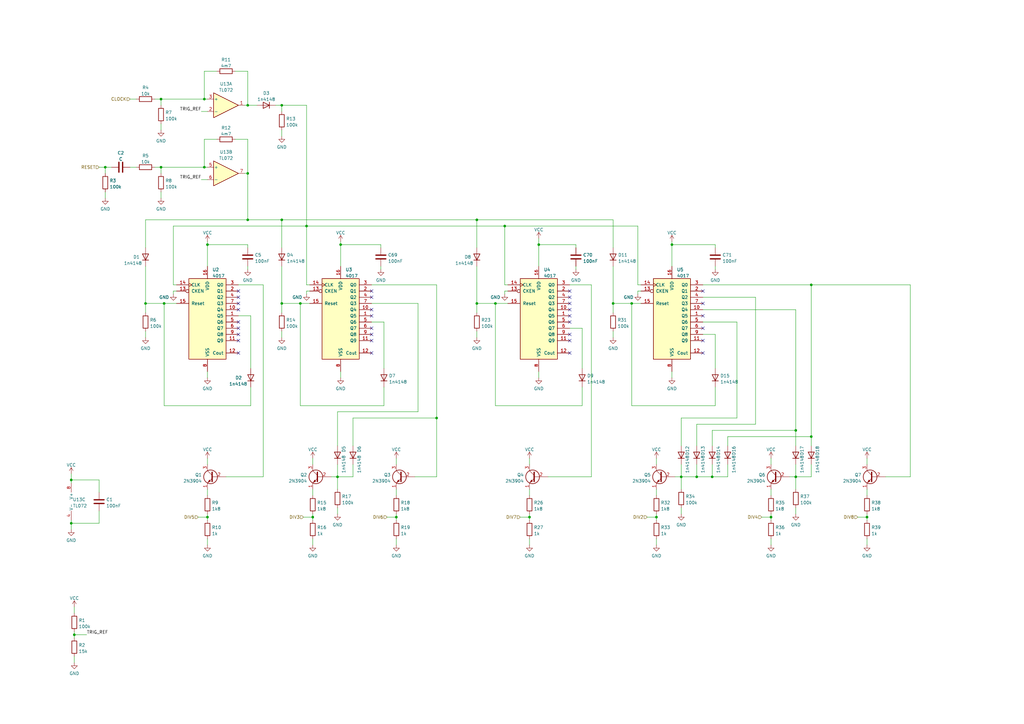
<source format=kicad_sch>
(kicad_sch (version 20211123) (generator eeschema)
  (paper "A3")
  (title_block (comment 2 "creativecommons.org/licenses/by/4.0/") (comment 3 "License: CC BY 4.0") (comment 4 "Author: Guy John"))
  (lib_symbols
    (symbol "4xxx:4017" (pin_names (offset 1.016))
      (property "Reference" "U" (at -7.62 16.51 0))
      (property "Value" "4017" (at -7.62 -19.05 0))
      (symbol "4017_1_0"
        (pin output line (at 12.7 0 180) (length 5.08) (name "Q5") (number "1"))
        (pin output line (at 12.7 2.54 180) (length 5.08) (name "Q4") (number "10"))
        (pin output line (at 12.7 -10.16 180) (length 5.08) (name "Q9") (number "11"))
        (pin output line (at 12.7 -15.24 180) (length 5.08) (name "Cout") (number "12"))
        (pin input inverted (at -12.7 10.16 0) (length 5.08) (name "CKEN") (number "13"))
        (pin input clock (at -12.7 12.7 0) (length 5.08) (name "CLK") (number "14"))
        (pin input line (at -12.7 5.08 0) (length 5.08) (name "Reset") (number "15"))
        (pin power_in line (at 0 20.32 270) (length 5.08) (name "VDD") (number "16"))
        (pin output line (at 12.7 10.16 180) (length 5.08) (name "Q1") (number "2"))
        (pin output line (at 12.7 12.7 180) (length 5.08) (name "Q0") (number "3"))
        (pin output line (at 12.7 7.62 180) (length 5.08) (name "Q2") (number "4"))
        (pin output line (at 12.7 -2.54 180) (length 5.08) (name "Q6") (number "5"))
        (pin output line (at 12.7 -5.08 180) (length 5.08) (name "Q7") (number "6"))
        (pin output line (at 12.7 5.08 180) (length 5.08) (name "Q3") (number "7"))
        (pin power_in line (at 0 -22.86 90) (length 5.08) (name "VSS") (number "8"))
        (pin output line (at 12.7 -7.62 180) (length 5.08) (name "Q8") (number "9"))
      )
      (symbol "4017_1_1"
        (rectangle (start -7.62 15.24) (end 7.62 -17.78) (stroke (width 0.254)) (fill (type background)))
      )
    )
    (symbol "Amplifier_Operational:TL072" (pin_names (offset 0.127))
      (property "Reference" "U" (at 0 5.08 0))
      (property "Value" "TL072" (at 0 -5.08 0))
      (symbol "TL072_1_1"
        (polyline (pts (xy -5.08 5.08) (xy 5.08 0) (xy -5.08 -5.08) (xy -5.08 5.08)) (stroke (width 0.254)) (fill (type background)))
        (pin output line (at 7.62 0 180) (length 2.54) (name "~") (number "1"))
        (pin input line (at -7.62 -2.54 0) (length 2.54) (name "-") (number "2"))
        (pin input line (at -7.62 2.54 0) (length 2.54) (name "+") (number "3"))
      )
      (symbol "TL072_2_1"
        (polyline (pts (xy -5.08 5.08) (xy 5.08 0) (xy -5.08 -5.08) (xy -5.08 5.08)) (stroke (width 0.254)) (fill (type background)))
        (pin input line (at -7.62 2.54 0) (length 2.54) (name "+") (number "5"))
        (pin input line (at -7.62 -2.54 0) (length 2.54) (name "-") (number "6"))
        (pin output line (at 7.62 0 180) (length 2.54) (name "~") (number "7"))
      )
      (symbol "TL072_3_1"
        (pin power_in line (at -2.54 -7.62 90) (length 3.81) (name "V-") (number "4"))
        (pin power_in line (at -2.54 7.62 270) (length 3.81) (name "V+") (number "8"))
      )
    )
    (symbol "Device:D" (pin_numbers hide) (pin_names (offset 1.016) hide)
      (property "Reference" "D" (at 0 2.54 0))
      (property "Value" "D" (at 0 -2.54 0))
      (symbol "D_0_1"
        (polyline (pts (xy -1.27 1.27) (xy -1.27 -1.27)) (stroke (width 0.254)))
        (polyline (pts (xy 1.27 0) (xy -1.27 0)))
        (polyline (pts (xy 1.27 1.27) (xy 1.27 -1.27) (xy -1.27 0) (xy 1.27 1.27)) (stroke (width 0.254)))
      )
      (symbol "D_1_1"
        (pin passive line (at -3.81 0 0) (length 2.54) (name "K") (number "1"))
        (pin passive line (at 3.81 0 180) (length 2.54) (name "A") (number "2"))
      )
    )
    (symbol "Transistor_BJT:2N3904" (pin_names (offset 0) hide)
      (property "Reference" "Q" (at 5.08 1.905 0))
      (property "Value" "2N3904" (at 5.08 0 0))
      (symbol "2N3904_0_1"
        (polyline (pts (xy 0.635 0.635) (xy 2.54 2.54)))
        (polyline (pts (xy 0.635 -0.635) (xy 2.54 -2.54) (xy 2.54 -2.54)))
        (polyline (pts (xy 0.635 1.905) (xy 0.635 -1.905) (xy 0.635 -1.905)) (stroke (width 0.508)))
        (polyline (pts (xy 1.27 -1.778) (xy 1.778 -1.27) (xy 2.286 -2.286) (xy 1.27 -1.778) (xy 1.27 -1.778)) (fill (type outline)))
        (circle (center 1.27 0) (radius 2.8194) (stroke (width 0.254)))
      )
      (symbol "2N3904_1_1"
        (pin passive line (at 2.54 -5.08 90) (length 2.54) (name "E") (number "1"))
        (pin passive line (at -5.08 0 0) (length 5.715) (name "B") (number "2"))
        (pin passive line (at 2.54 5.08 270) (length 2.54) (name "C") (number "3"))
      )
    )
    (symbol "power:GND" (power) (pin_names (offset 0))
      (property "Value" "GND" (at 0 -3.81 0))
      (symbol "GND_0_1"
        (polyline (pts (xy 0 0) (xy 0 -1.27) (xy 1.27 -1.27) (xy 0 -2.54) (xy -1.27 -1.27) (xy 0 -1.27)))
      )
      (symbol "GND_1_1"
        (pin power_in line (at 0 0 270) (length 0) hide (name "GND") (number "1"))
      )
    )
    (symbol "power:VCC" (power) (pin_names (offset 0))
      (property "Value" "VCC" (at 0 3.81 0))
      (symbol "VCC_0_1"
        (polyline (pts (xy -0.762 1.27) (xy 0 2.54)))
        (polyline (pts (xy 0 0) (xy 0 2.54)))
        (polyline (pts (xy 0 2.54) (xy 0.762 1.27)))
      )
      (symbol "VCC_1_1"
        (pin power_in line (at 0 0 90) (length 0) hide (name "VCC") (number "1"))
      )
    )
    (symbol "rumblesan-standard-parts:C" (pin_numbers hide) (pin_names (offset 0.254))
      (property "Reference" "C12" (at -3.175 0 90))
      (property "Value" "C" (at 1.905 1.905 90))
      (symbol "C_0_1"
        (polyline (pts (xy -2.032 -0.762) (xy 2.032 -0.762)) (stroke (width 0.508)))
        (polyline (pts (xy -2.032 0.762) (xy 2.032 0.762)) (stroke (width 0.508)))
      )
      (symbol "C_1_1"
        (pin passive line (at 0 3.81 270) (length 2.794) (name "~") (number "1"))
        (pin passive line (at 0 -3.81 90) (length 2.794) (name "~") (number "2"))
      )
    )
    (symbol "rumblesan-standard-parts:R" (pin_numbers hide) (pin_names (offset 0))
      (property "Reference" "R?" (at 0 0 90))
      (property "Value" "R" (at 0.635 1.905 90))
      (symbol "R_0_1"
        (rectangle (start 1.016 2.54) (end -1.016 -2.54) (stroke (width 0.254)))
      )
      (symbol "R_1_1"
        (pin passive line (at 0 -3.81 90) (length 1.27) (name "~") (number "1"))
        (pin passive line (at 0 3.81 270) (length 1.27) (name "~") (number "2"))
      )
    )
  )
  (junction (at 251.46 124.46))
  (junction (at 30.48 260.35))
  (junction (at 101.6 90.17))
  (junction (at 128.27 212.09))
  (junction (at 285.75 195.58))
  (junction (at 279.4 195.58))
  (junction (at 162.56 212.09))
  (junction (at 326.39 176.53))
  (junction (at 101.6 71.12))
  (junction (at 115.57 90.17))
  (junction (at 29.21 196.85))
  (junction (at 101.6 43.18))
  (junction (at 115.57 124.46))
  (junction (at 139.7 100.33))
  (junction (at 83.82 40.64))
  (junction (at 125.73 92.71))
  (junction (at 138.43 195.58))
  (junction (at 85.09 100.33))
  (junction (at 115.57 43.18))
  (junction (at 66.04 68.58))
  (junction (at 29.21 214.63))
  (junction (at 217.17 212.09))
  (junction (at 195.58 90.17))
  (junction (at 316.23 212.09))
  (junction (at 179.07 171.45))
  (junction (at 207.01 92.71))
  (junction (at 59.69 124.46))
  (junction (at 292.1 195.58))
  (junction (at 85.09 212.09))
  (junction (at 66.04 40.64))
  (junction (at 123.19 124.46))
  (junction (at 43.18 68.58))
  (junction (at 326.39 195.58))
  (junction (at 220.98 100.33))
  (junction (at 355.6 212.09))
  (junction (at 83.82 68.58))
  (junction (at 259.08 124.46))
  (junction (at 332.74 116.84))
  (junction (at 67.31 124.46))
  (junction (at 332.74 179.07))
  (junction (at 275.59 100.33))
  (junction (at 195.58 124.46))
  (junction (at 203.2 124.46))
  (junction (at 269.24 212.09))
  (no_connect (at 233.68 137.16))
  (no_connect (at 233.68 139.7))
  (no_connect (at 233.68 144.78))
  (no_connect (at 233.68 119.38))
  (no_connect (at 233.68 121.92))
  (no_connect (at 233.68 124.46))
  (no_connect (at 233.68 127))
  (no_connect (at 233.68 129.54))
  (no_connect (at 233.68 132.08))
  (no_connect (at 97.79 134.62))
  (no_connect (at 288.29 119.38))
  (no_connect (at 288.29 124.46))
  (no_connect (at 288.29 129.54))
  (no_connect (at 288.29 134.62))
  (no_connect (at 288.29 139.7))
  (no_connect (at 288.29 144.78))
  (no_connect (at 97.79 124.46))
  (no_connect (at 97.79 121.92))
  (no_connect (at 97.79 119.38))
  (no_connect (at 97.79 127))
  (no_connect (at 97.79 132.08))
  (no_connect (at 97.79 137.16))
  (no_connect (at 97.79 144.78))
  (no_connect (at 97.79 139.7))
  (no_connect (at 152.4 134.62))
  (no_connect (at 152.4 127))
  (no_connect (at 152.4 129.54))
  (no_connect (at 152.4 119.38))
  (no_connect (at 152.4 121.92))
  (no_connect (at 152.4 137.16))
  (no_connect (at 152.4 139.7))
  (no_connect (at 152.4 144.78))
  (wire (pts (xy 262.89 119.38) (xy 261.62 119.38)))
  (wire (pts (xy 128.27 212.09) (xy 128.27 213.36)))
  (wire (pts (xy 293.37 101.6) (xy 293.37 100.33)))
  (wire (pts (xy 144.78 182.88) (xy 144.78 171.45)))
  (wire (pts (xy 123.19 124.46) (xy 115.57 124.46)))
  (wire (pts (xy 179.07 171.45) (xy 179.07 195.58)))
  (wire (pts (xy 101.6 101.6) (xy 101.6 100.33)))
  (wire (pts (xy 102.87 129.54) (xy 102.87 151.13)))
  (wire (pts (xy 101.6 57.15) (xy 101.6 71.12)))
  (wire (pts (xy 82.55 73.66) (xy 85.09 73.66)))
  (wire (pts (xy 30.48 260.35) (xy 35.56 260.35)))
  (wire (pts (xy 63.5 68.58) (xy 66.04 68.58)))
  (wire (pts (xy 102.87 129.54) (xy 97.79 129.54)))
  (wire (pts (xy 179.07 116.84) (xy 179.07 171.45)))
  (wire (pts (xy 67.31 166.37) (xy 67.31 124.46)))
  (wire (pts (xy 326.39 127) (xy 326.39 176.53)))
  (wire (pts (xy 220.98 152.4) (xy 220.98 154.94)))
  (wire (pts (xy 29.21 194.31) (xy 29.21 196.85)))
  (wire (pts (xy 30.48 248.92) (xy 30.48 251.46)))
  (wire (pts (xy 63.5 40.64) (xy 66.04 40.64)))
  (wire (pts (xy 355.6 220.98) (xy 355.6 223.52)))
  (wire (pts (xy 332.74 179.07) (xy 332.74 182.88)))
  (wire (pts (xy 207.01 92.71) (xy 261.62 92.71)))
  (wire (pts (xy 279.4 208.28) (xy 279.4 210.82)))
  (wire (pts (xy 127 116.84) (xy 125.73 116.84)))
  (wire (pts (xy 102.87 166.37) (xy 67.31 166.37)))
  (wire (pts (xy 66.04 68.58) (xy 83.82 68.58)))
  (wire (pts (xy 88.9 57.15) (xy 83.82 57.15)))
  (wire (pts (xy 236.22 110.49) (xy 236.22 109.22)))
  (wire (pts (xy 275.59 152.4) (xy 275.59 154.94)))
  (wire (pts (xy 242.57 195.58) (xy 224.79 195.58)))
  (wire (pts (xy 53.34 68.58) (xy 55.88 68.58)))
  (wire (pts (xy 101.6 71.12) (xy 100.33 71.12)))
  (wire (pts (xy 355.6 200.66) (xy 355.6 203.2)))
  (wire (pts (xy 298.45 179.07) (xy 332.74 179.07)))
  (wire (pts (xy 138.43 208.28) (xy 138.43 210.82)))
  (wire (pts (xy 101.6 100.33) (xy 85.09 100.33)))
  (wire (pts (xy 83.82 29.21) (xy 83.82 40.64)))
  (wire (pts (xy 326.39 195.58) (xy 332.74 195.58)))
  (wire (pts (xy 326.39 195.58) (xy 326.39 200.66)))
  (wire (pts (xy 302.26 171.45) (xy 279.4 171.45)))
  (wire (pts (xy 195.58 109.22) (xy 195.58 124.46)))
  (wire (pts (xy 138.43 182.88) (xy 138.43 168.91)))
  (wire (pts (xy 293.37 158.75) (xy 293.37 166.37)))
  (wire (pts (xy 115.57 124.46) (xy 115.57 128.27)))
  (wire (pts (xy 40.64 68.58) (xy 43.18 68.58)))
  (wire (pts (xy 217.17 210.82) (xy 217.17 212.09)))
  (wire (pts (xy 66.04 50.8) (xy 66.04 53.34)))
  (wire (pts (xy 326.39 195.58) (xy 323.85 195.58)))
  (wire (pts (xy 29.21 213.36) (xy 29.21 214.63)))
  (wire (pts (xy 251.46 124.46) (xy 251.46 128.27)))
  (wire (pts (xy 316.23 200.66) (xy 316.23 203.2)))
  (wire (pts (xy 238.76 166.37) (xy 203.2 166.37)))
  (wire (pts (xy 203.2 166.37) (xy 203.2 124.46)))
  (wire (pts (xy 113.03 43.18) (xy 115.57 43.18)))
  (wire (pts (xy 326.39 190.5) (xy 326.39 195.58)))
  (wire (pts (xy 251.46 135.89) (xy 251.46 138.43)))
  (wire (pts (xy 59.69 135.89) (xy 59.69 138.43)))
  (wire (pts (xy 30.48 260.35) (xy 30.48 261.62)))
  (wire (pts (xy 373.38 116.84) (xy 373.38 195.58)))
  (wire (pts (xy 102.87 158.75) (xy 102.87 166.37)))
  (wire (pts (xy 213.36 212.09) (xy 217.17 212.09)))
  (wire (pts (xy 262.89 116.84) (xy 261.62 116.84)))
  (wire (pts (xy 292.1 182.88) (xy 292.1 176.53)))
  (wire (pts (xy 288.29 121.92) (xy 309.88 121.92)))
  (wire (pts (xy 355.6 187.96) (xy 355.6 190.5)))
  (wire (pts (xy 195.58 90.17) (xy 195.58 101.6)))
  (wire (pts (xy 261.62 92.71) (xy 261.62 116.84)))
  (wire (pts (xy 67.31 124.46) (xy 59.69 124.46)))
  (wire (pts (xy 29.21 196.85) (xy 29.21 198.12)))
  (wire (pts (xy 236.22 101.6) (xy 236.22 100.33)))
  (wire (pts (xy 275.59 100.33) (xy 275.59 109.22)))
  (wire (pts (xy 138.43 168.91) (xy 171.45 168.91)))
  (wire (pts (xy 292.1 176.53) (xy 326.39 176.53)))
  (wire (pts (xy 85.09 210.82) (xy 85.09 212.09)))
  (wire (pts (xy 125.73 92.71) (xy 207.01 92.71)))
  (wire (pts (xy 288.29 132.08) (xy 302.26 132.08)))
  (wire (pts (xy 107.95 195.58) (xy 92.71 195.58)))
  (wire (pts (xy 309.88 173.99) (xy 285.75 173.99)))
  (wire (pts (xy 302.26 132.08) (xy 302.26 171.45)))
  (wire (pts (xy 125.73 119.38) (xy 125.73 120.65)))
  (wire (pts (xy 139.7 100.33) (xy 156.21 100.33)))
  (wire (pts (xy 53.34 40.64) (xy 55.88 40.64)))
  (wire (pts (xy 128.27 220.98) (xy 128.27 223.52)))
  (wire (pts (xy 195.58 135.89) (xy 195.58 138.43)))
  (wire (pts (xy 238.76 158.75) (xy 238.76 166.37)))
  (wire (pts (xy 332.74 116.84) (xy 373.38 116.84)))
  (wire (pts (xy 332.74 116.84) (xy 332.74 179.07)))
  (wire (pts (xy 208.28 116.84) (xy 207.01 116.84)))
  (wire (pts (xy 217.17 200.66) (xy 217.17 203.2)))
  (wire (pts (xy 309.88 121.92) (xy 309.88 173.99)))
  (wire (pts (xy 279.4 190.5) (xy 279.4 195.58)))
  (wire (pts (xy 59.69 124.46) (xy 59.69 128.27)))
  (wire (pts (xy 288.29 116.84) (xy 332.74 116.84)))
  (wire (pts (xy 85.09 99.06) (xy 85.09 100.33)))
  (wire (pts (xy 30.48 259.08) (xy 30.48 260.35)))
  (wire (pts (xy 261.62 119.38) (xy 261.62 120.65)))
  (wire (pts (xy 259.08 166.37) (xy 259.08 124.46)))
  (wire (pts (xy 275.59 100.33) (xy 293.37 100.33)))
  (wire (pts (xy 83.82 68.58) (xy 85.09 68.58)))
  (wire (pts (xy 158.75 212.09) (xy 162.56 212.09)))
  (wire (pts (xy 83.82 40.64) (xy 85.09 40.64)))
  (wire (pts (xy 40.64 196.85) (xy 29.21 196.85)))
  (wire (pts (xy 115.57 135.89) (xy 115.57 138.43)))
  (wire (pts (xy 207.01 116.84) (xy 207.01 92.71)))
  (wire (pts (xy 85.09 100.33) (xy 85.09 109.22)))
  (wire (pts (xy 288.29 137.16) (xy 293.37 137.16)))
  (wire (pts (xy 265.43 212.09) (xy 269.24 212.09)))
  (wire (pts (xy 220.98 100.33) (xy 236.22 100.33)))
  (wire (pts (xy 128.27 200.66) (xy 128.27 203.2)))
  (wire (pts (xy 269.24 200.66) (xy 269.24 203.2)))
  (wire (pts (xy 171.45 124.46) (xy 171.45 168.91)))
  (wire (pts (xy 128.27 187.96) (xy 128.27 190.5)))
  (wire (pts (xy 100.33 43.18) (xy 101.6 43.18)))
  (wire (pts (xy 316.23 220.98) (xy 316.23 223.52)))
  (wire (pts (xy 217.17 212.09) (xy 217.17 213.36)))
  (wire (pts (xy 139.7 152.4) (xy 139.7 154.94)))
  (wire (pts (xy 43.18 68.58) (xy 45.72 68.58)))
  (wire (pts (xy 233.68 134.62) (xy 238.76 134.62)))
  (wire (pts (xy 59.69 90.17) (xy 59.69 101.6)))
  (wire (pts (xy 125.73 92.71) (xy 125.73 43.18)))
  (wire (pts (xy 207.01 119.38) (xy 207.01 120.65)))
  (wire (pts (xy 88.9 29.21) (xy 83.82 29.21)))
  (wire (pts (xy 285.75 190.5) (xy 285.75 195.58)))
  (wire (pts (xy 242.57 116.84) (xy 242.57 195.58)))
  (wire (pts (xy 312.42 212.09) (xy 316.23 212.09)))
  (wire (pts (xy 275.59 99.06) (xy 275.59 100.33)))
  (wire (pts (xy 128.27 210.82) (xy 128.27 212.09)))
  (wire (pts (xy 293.37 137.16) (xy 293.37 151.13)))
  (wire (pts (xy 316.23 212.09) (xy 316.23 213.36)))
  (wire (pts (xy 269.24 210.82) (xy 269.24 212.09)))
  (wire (pts (xy 115.57 43.18) (xy 125.73 43.18)))
  (wire (pts (xy 279.4 195.58) (xy 279.4 200.66)))
  (wire (pts (xy 135.89 195.58) (xy 138.43 195.58)))
  (wire (pts (xy 30.48 269.24) (xy 30.48 271.78)))
  (wire (pts (xy 115.57 101.6) (xy 115.57 90.17)))
  (wire (pts (xy 71.12 116.84) (xy 71.12 92.71)))
  (wire (pts (xy 332.74 190.5) (xy 332.74 195.58)))
  (wire (pts (xy 269.24 212.09) (xy 269.24 213.36)))
  (wire (pts (xy 101.6 43.18) (xy 101.6 29.21)))
  (wire (pts (xy 251.46 109.22) (xy 251.46 124.46)))
  (wire (pts (xy 139.7 100.33) (xy 139.7 109.22)))
  (wire (pts (xy 29.21 214.63) (xy 29.21 217.17)))
  (wire (pts (xy 238.76 134.62) (xy 238.76 151.13)))
  (wire (pts (xy 288.29 127) (xy 326.39 127)))
  (wire (pts (xy 292.1 190.5) (xy 292.1 195.58)))
  (wire (pts (xy 59.69 109.22) (xy 59.69 124.46)))
  (wire (pts (xy 373.38 195.58) (xy 363.22 195.58)))
  (wire (pts (xy 179.07 195.58) (xy 170.18 195.58)))
  (wire (pts (xy 157.48 158.75) (xy 157.48 166.37)))
  (wire (pts (xy 43.18 68.58) (xy 43.18 71.12)))
  (wire (pts (xy 195.58 124.46) (xy 195.58 128.27)))
  (wire (pts (xy 81.28 212.09) (xy 85.09 212.09)))
  (wire (pts (xy 125.73 92.71) (xy 125.73 116.84)))
  (wire (pts (xy 66.04 40.64) (xy 83.82 40.64)))
  (wire (pts (xy 72.39 116.84) (xy 71.12 116.84)))
  (wire (pts (xy 101.6 29.21) (xy 96.52 29.21)))
  (wire (pts (xy 124.46 212.09) (xy 128.27 212.09)))
  (wire (pts (xy 157.48 166.37) (xy 123.19 166.37)))
  (wire (pts (xy 72.39 119.38) (xy 71.12 119.38)))
  (wire (pts (xy 208.28 124.46) (xy 203.2 124.46)))
  (wire (pts (xy 162.56 212.09) (xy 162.56 213.36)))
  (wire (pts (xy 123.19 124.46) (xy 127 124.46)))
  (wire (pts (xy 66.04 40.64) (xy 66.04 43.18)))
  (wire (pts (xy 298.45 190.5) (xy 298.45 195.58)))
  (wire (pts (xy 355.6 212.09) (xy 355.6 213.36)))
  (wire (pts (xy 115.57 53.34) (xy 115.57 55.88)))
  (wire (pts (xy 85.09 212.09) (xy 85.09 213.36)))
  (wire (pts (xy 157.48 151.13) (xy 157.48 132.08)))
  (wire (pts (xy 269.24 220.98) (xy 269.24 223.52)))
  (wire (pts (xy 123.19 166.37) (xy 123.19 124.46)))
  (wire (pts (xy 127 119.38) (xy 125.73 119.38)))
  (wire (pts (xy 220.98 97.79) (xy 220.98 100.33)))
  (wire (pts (xy 82.55 45.72) (xy 85.09 45.72)))
  (wire (pts (xy 220.98 100.33) (xy 220.98 109.22)))
  (wire (pts (xy 279.4 171.45) (xy 279.4 182.88)))
  (wire (pts (xy 144.78 171.45) (xy 179.07 171.45)))
  (wire (pts (xy 115.57 43.18) (xy 115.57 45.72)))
  (wire (pts (xy 115.57 109.22) (xy 115.57 124.46)))
  (wire (pts (xy 208.28 119.38) (xy 207.01 119.38)))
  (wire (pts (xy 29.21 214.63) (xy 40.64 214.63)))
  (wire (pts (xy 115.57 90.17) (xy 195.58 90.17)))
  (wire (pts (xy 156.21 101.6) (xy 156.21 100.33)))
  (wire (pts (xy 96.52 57.15) (xy 101.6 57.15)))
  (wire (pts (xy 162.56 187.96) (xy 162.56 190.5)))
  (wire (pts (xy 101.6 43.18) (xy 105.41 43.18)))
  (wire (pts (xy 316.23 210.82) (xy 316.23 212.09)))
  (wire (pts (xy 326.39 208.28) (xy 326.39 210.82)))
  (wire (pts (xy 66.04 78.74) (xy 66.04 81.28)))
  (wire (pts (xy 101.6 71.12) (xy 101.6 90.17)))
  (wire (pts (xy 292.1 195.58) (xy 298.45 195.58)))
  (wire (pts (xy 162.56 210.82) (xy 162.56 212.09)))
  (wire (pts (xy 351.79 212.09) (xy 355.6 212.09)))
  (wire (pts (xy 107.95 116.84) (xy 107.95 195.58)))
  (wire (pts (xy 40.64 201.93) (xy 40.64 196.85)))
  (wire (pts (xy 59.69 90.17) (xy 101.6 90.17)))
  (wire (pts (xy 269.24 187.96) (xy 269.24 190.5)))
  (wire (pts (xy 285.75 195.58) (xy 292.1 195.58)))
  (wire (pts (xy 233.68 116.84) (xy 242.57 116.84)))
  (wire (pts (xy 262.89 124.46) (xy 259.08 124.46)))
  (wire (pts (xy 217.17 220.98) (xy 217.17 223.52)))
  (wire (pts (xy 43.18 78.74) (xy 43.18 81.28)))
  (wire (pts (xy 355.6 210.82) (xy 355.6 212.09)))
  (wire (pts (xy 195.58 90.17) (xy 251.46 90.17)))
  (wire (pts (xy 293.37 166.37) (xy 259.08 166.37)))
  (wire (pts (xy 293.37 110.49) (xy 293.37 109.22)))
  (wire (pts (xy 138.43 190.5) (xy 138.43 195.58)))
  (wire (pts (xy 83.82 57.15) (xy 83.82 68.58)))
  (wire (pts (xy 157.48 132.08) (xy 152.4 132.08)))
  (wire (pts (xy 139.7 99.06) (xy 139.7 100.33)))
  (wire (pts (xy 85.09 152.4) (xy 85.09 154.94)))
  (wire (pts (xy 152.4 116.84) (xy 179.07 116.84)))
  (wire (pts (xy 66.04 68.58) (xy 66.04 71.12)))
  (wire (pts (xy 259.08 124.46) (xy 251.46 124.46)))
  (wire (pts (xy 71.12 92.71) (xy 125.73 92.71)))
  (wire (pts (xy 97.79 116.84) (xy 107.95 116.84)))
  (wire (pts (xy 138.43 195.58) (xy 138.43 200.66)))
  (wire (pts (xy 276.86 195.58) (xy 279.4 195.58)))
  (wire (pts (xy 217.17 187.96) (xy 217.17 190.5)))
  (wire (pts (xy 71.12 119.38) (xy 71.12 120.65)))
  (wire (pts (xy 85.09 220.98) (xy 85.09 223.52)))
  (wire (pts (xy 279.4 195.58) (xy 285.75 195.58)))
  (wire (pts (xy 72.39 124.46) (xy 67.31 124.46)))
  (wire (pts (xy 251.46 101.6) (xy 251.46 90.17)))
  (wire (pts (xy 138.43 195.58) (xy 144.78 195.58)))
  (wire (pts (xy 203.2 124.46) (xy 195.58 124.46)))
  (wire (pts (xy 326.39 176.53) (xy 326.39 182.88)))
  (wire (pts (xy 316.23 187.96) (xy 316.23 190.5)))
  (wire (pts (xy 101.6 90.17) (xy 115.57 90.17)))
  (wire (pts (xy 40.64 209.55) (xy 40.64 214.63)))
  (wire (pts (xy 85.09 187.96) (xy 85.09 190.5)))
  (wire (pts (xy 156.21 110.49) (xy 156.21 109.22)))
  (wire (pts (xy 298.45 182.88) (xy 298.45 179.07)))
  (wire (pts (xy 144.78 190.5) (xy 144.78 195.58)))
  (wire (pts (xy 162.56 200.66) (xy 162.56 203.2)))
  (wire (pts (xy 101.6 110.49) (xy 101.6 109.22)))
  (wire (pts (xy 162.56 220.98) (xy 162.56 223.52)))
  (wire (pts (xy 152.4 124.46) (xy 171.45 124.46)))
  (wire (pts (xy 285.75 173.99) (xy 285.75 182.88)))
  (wire (pts (xy 85.09 200.66) (xy 85.09 203.2)))
  (label "TRIG_REF" (at 82.55 73.66 180))
  (label "TRIG_REF" (at 35.56 260.35 0))
  (label "TRIG_REF" (at 82.55 45.72 180))
  (hierarchical_label "DIV6" (shape input) (at 158.75 212.09 180))
  (hierarchical_label "DIV7" (shape input) (at 213.36 212.09 180))
  (hierarchical_label "CLOCK" (shape input) (at 53.34 40.64 180))
  (hierarchical_label "DIV5" (shape input) (at 81.28 212.09 180))
  (hierarchical_label "DIV2" (shape input) (at 265.43 212.09 180))
  (hierarchical_label "RESET" (shape input) (at 40.64 68.58 180))
  (hierarchical_label "DIV3" (shape input) (at 124.46 212.09 180))
  (hierarchical_label "DIV4" (shape input) (at 312.42 212.09 180))
  (hierarchical_label "DIV8" (shape input) (at 351.79 212.09 180))
  (symbol (lib_id "rumblesan-standard-parts:R") (at 355.6 207.01 180) (unit 1)
    (property "Reference" "R38" (at 357.378 206.1753 0) (effects (justify right)))
    (property "Value" "1k8" (at 357.378 208.7122 0) (effects (justify right)))
    (property "Footprint" "rumblesan-standard-parts:R_Axial_DIN0207_L6.3mm_D2.5mm_P10.16mm_Horizontal" (effects hide))
    (property "Tolerance" "1%" (effects hide))
    (property "Power" "0.5W" (effects hide))
    (property "Spec" "metal film" (effects hide))
  )
  (symbol (lib_id "Device:D") (at 292.1 186.69 90) (unit 1)
    (property "Reference" "D14" (at 294.64 182.88 0) (effects (justify right)))
    (property "Value" "1n4148" (at 294.64 186.69 0) (effects (justify right)))
    (property "Footprint" "rumblesan-standard-parts:D_DO-35_SOD27_P7.62mm_Horizontal" (effects hide))
  )
  (symbol (lib_id "Transistor_BJT:2N3904") (at 130.81 195.58 0) (mirror y) (unit 1)
    (property "Reference" "Q2" (at 125.9587 194.7453 0) (effects (justify left)))
    (property "Value" "2N3904" (at 125.9587 197.2822 0) (effects (justify left)))
    (property "Footprint" "Package_TO_SOT_THT:TO-92_Inline_Wide" (effects hide))
    (property "Datasheet" "https://www.onsemi.com/pub/Collateral/2N3903-D.PDF" (effects hide))
  )
  (symbol (lib_id "power:GND") (at 156.21 110.49 0) (unit 1)
    (property "Reference" "#PWR085" (effects hide))
    (property "Value" "GND" (at 156.21 114.9334 0))
  )
  (symbol (lib_id "power:GND") (at 251.46 138.43 0) (unit 1)
    (property "Reference" "#PWR037" (effects hide))
    (property "Value" "GND" (at 251.46 142.8734 0))
  )
  (symbol (lib_id "rumblesan-standard-parts:C") (at 49.53 68.58 90) (unit 1)
    (property "Reference" "C2" (at 49.53 62.7212 90))
    (property "Value" "C" (at 49.53 65.2581 90))
    (property "Footprint" "rumblesan-standard-parts:C_Rect_L7.0mm_W3.5mm_P5.00mm" (effects hide))
    (property "Spec" "ceramic X7R" (effects hide))
    (property "Tolerance" "5%" (effects hide))
  )
  (symbol (lib_id "Device:D") (at 332.74 186.69 90) (unit 1)
    (property "Reference" "D18" (at 335.28 182.88 0) (effects (justify right)))
    (property "Value" "1n4148" (at 335.28 186.69 0) (effects (justify right)))
    (property "Footprint" "rumblesan-standard-parts:D_DO-35_SOD27_P7.62mm_Horizontal" (effects hide))
  )
  (symbol (lib_id "power:GND") (at 128.27 223.52 0) (unit 1)
    (property "Reference" "#PWR021" (effects hide))
    (property "Value" "GND" (at 128.27 227.9634 0))
  )
  (symbol (lib_id "Device:D") (at 251.46 105.41 90) (unit 1)
    (property "Reference" "D11" (at 253.492 104.5753 90) (effects (justify right)))
    (property "Value" "1n4148" (at 253.492 107.1122 90) (effects (justify right)))
    (property "Footprint" "rumblesan-standard-parts:D_DO-35_SOD27_P7.62mm_Horizontal" (effects hide))
  )
  (symbol (lib_id "rumblesan-standard-parts:R") (at 66.04 74.93 180) (unit 1)
    (property "Reference" "R8" (at 67.818 74.0953 0) (effects (justify right)))
    (property "Value" "100k" (at 67.818 76.6322 0) (effects (justify right)))
    (property "Footprint" "rumblesan-standard-parts:R_Axial_DIN0207_L6.3mm_D2.5mm_P10.16mm_Horizontal" (effects hide))
    (property "Tolerance" "1%" (effects hide))
    (property "Power" "0.5W" (effects hide))
    (property "Spec" "metal film" (effects hide))
  )
  (symbol (lib_id "rumblesan-standard-parts:R") (at 115.57 49.53 180) (unit 1)
    (property "Reference" "R13" (at 117.348 48.6953 0) (effects (justify right)))
    (property "Value" "100k" (at 117.348 51.2322 0) (effects (justify right)))
    (property "Footprint" "rumblesan-standard-parts:R_Axial_DIN0207_L6.3mm_D2.5mm_P10.16mm_Horizontal" (effects hide))
    (property "Tolerance" "1%" (effects hide))
    (property "Power" "0.5W" (effects hide))
    (property "Spec" "metal film" (effects hide))
  )
  (symbol (lib_id "power:GND") (at 43.18 81.28 0) (unit 1)
    (property "Reference" "#PWR05" (effects hide))
    (property "Value" "GND" (at 43.18 85.7234 0))
  )
  (symbol (lib_id "power:GND") (at 85.09 223.52 0) (unit 1)
    (property "Reference" "#PWR015" (effects hide))
    (property "Value" "GND" (at 85.09 227.9634 0))
  )
  (symbol (lib_id "rumblesan-standard-parts:R") (at 162.56 207.01 180) (unit 1)
    (property "Reference" "R18" (at 164.338 206.1753 0) (effects (justify right)))
    (property "Value" "1k8" (at 164.338 208.7122 0) (effects (justify right)))
    (property "Footprint" "rumblesan-standard-parts:R_Axial_DIN0207_L6.3mm_D2.5mm_P10.16mm_Horizontal" (effects hide))
    (property "Tolerance" "1%" (effects hide))
    (property "Power" "0.5W" (effects hide))
    (property "Spec" "metal film" (effects hide))
  )
  (symbol (lib_id "power:GND") (at 207.01 120.65 0) (unit 1)
    (property "Reference" "#PWR031" (effects hide))
    (property "Value" "GND" (at 203.2 121.92 0))
  )
  (symbol (lib_id "Device:D") (at 115.57 105.41 90) (unit 1)
    (property "Reference" "D4" (at 117.602 104.5753 90) (effects (justify right)))
    (property "Value" "1n4148" (at 117.602 107.1122 90) (effects (justify right)))
    (property "Footprint" "rumblesan-standard-parts:D_DO-35_SOD27_P7.62mm_Horizontal" (effects hide))
  )
  (symbol (lib_id "rumblesan-standard-parts:R") (at 326.39 204.47 180) (unit 1)
    (property "Reference" "R37" (at 328.168 203.6353 0) (effects (justify right)))
    (property "Value" "100k" (at 328.168 206.1722 0) (effects (justify right)))
    (property "Footprint" "rumblesan-standard-parts:R_Axial_DIN0207_L6.3mm_D2.5mm_P10.16mm_Horizontal" (effects hide))
    (property "Tolerance" "1%" (effects hide))
    (property "Power" "0.5W" (effects hide))
    (property "Spec" "metal film" (effects hide))
  )
  (symbol (lib_id "rumblesan-standard-parts:R") (at 59.69 40.64 90) (unit 1)
    (property "Reference" "R4" (at 59.69 35.9242 90))
    (property "Value" "10k" (at 59.69 38.4611 90))
    (property "Footprint" "rumblesan-standard-parts:R_Axial_DIN0207_L6.3mm_D2.5mm_P10.16mm_Horizontal" (effects hide))
    (property "Tolerance" "1%" (effects hide))
    (property "Power" "0.5W" (effects hide))
    (property "Spec" "metal film" (effects hide))
  )
  (symbol (lib_id "power:GND") (at 30.48 271.78 0) (unit 1)
    (property "Reference" "#PWR04" (effects hide))
    (property "Value" "GND" (at 30.48 276.2234 0))
  )
  (symbol (lib_id "4xxx:4017") (at 85.09 129.54 0) (unit 1)
    (property "Reference" "U2" (at 87.1094 110.6002 0) (effects (justify left)))
    (property "Value" "4017" (at 87.1094 113.1371 0) (effects (justify left)))
    (property "Footprint" "rumblesan-standard-parts:DIP-16_W7.62mm_Socket" (effects hide))
    (property "Datasheet" "http://www.intersil.com/content/dam/Intersil/documents/cd40/cd4017bms-22bms.pdf" (effects hide))
  )
  (symbol (lib_id "power:VCC") (at 269.24 187.96 0) (unit 1)
    (property "Reference" "#PWR039" (effects hide))
    (property "Value" "VCC" (at 269.24 184.3842 0))
  )
  (symbol (lib_id "rumblesan-standard-parts:C") (at 156.21 105.41 180) (unit 1)
    (property "Reference" "C69" (at 159.131 104.5753 0) (effects (justify right)))
    (property "Value" "100nF" (at 159.131 107.1122 0) (effects (justify right)))
    (property "Footprint" "rumblesan-standard-parts:C_Rect_L7.0mm_W2.5mm_P5.00mm" (effects hide))
    (property "Spec" "ceramic X7R" (effects hide))
    (property "Tolerance" "5%" (effects hide))
  )
  (symbol (lib_id "power:GND") (at 236.22 110.49 0) (unit 1)
    (property "Reference" "#PWR0211" (effects hide))
    (property "Value" "GND" (at 236.22 114.9334 0))
  )
  (symbol (lib_id "Device:D") (at 326.39 186.69 90) (unit 1)
    (property "Reference" "D17" (at 328.93 182.88 0) (effects (justify right)))
    (property "Value" "1n4148" (at 328.93 186.69 0) (effects (justify right)))
    (property "Footprint" "rumblesan-standard-parts:D_DO-35_SOD27_P7.62mm_Horizontal" (effects hide))
  )
  (symbol (lib_id "power:GND") (at 101.6 110.49 0) (unit 1)
    (property "Reference" "#PWR062" (effects hide))
    (property "Value" "GND" (at 101.6 114.9334 0))
  )
  (symbol (lib_id "Transistor_BJT:2N3904") (at 219.71 195.58 0) (mirror y) (unit 1)
    (property "Reference" "Q4" (at 214.8587 194.7453 0) (effects (justify left)))
    (property "Value" "2N3904" (at 214.8587 197.2822 0) (effects (justify left)))
    (property "Footprint" "Package_TO_SOT_THT:TO-92_Inline_Wide" (effects hide))
    (property "Datasheet" "https://www.onsemi.com/pub/Collateral/2N3903-D.PDF" (effects hide))
  )
  (symbol (lib_id "power:GND") (at 261.62 120.65 0) (unit 1)
    (property "Reference" "#PWR038" (effects hide))
    (property "Value" "GND" (at 257.81 121.92 0))
  )
  (symbol (lib_id "power:VCC") (at 128.27 187.96 0) (unit 1)
    (property "Reference" "#PWR020" (effects hide))
    (property "Value" "VCC" (at 128.27 184.3842 0))
  )
  (symbol (lib_id "rumblesan-standard-parts:R") (at 269.24 217.17 180) (unit 1)
    (property "Reference" "R33" (at 271.018 216.3353 0) (effects (justify right)))
    (property "Value" "1k" (at 271.018 218.8722 0) (effects (justify right)))
    (property "Footprint" "rumblesan-standard-parts:R_Axial_DIN0207_L6.3mm_D2.5mm_P10.16mm_Horizontal" (effects hide))
    (property "Tolerance" "1%" (effects hide))
    (property "Power" "0.5W" (effects hide))
    (property "Spec" "metal film" (effects hide))
  )
  (symbol (lib_id "power:GND") (at 125.73 120.65 0) (unit 1)
    (property "Reference" "#PWR019" (effects hide))
    (property "Value" "GND" (at 121.92 121.92 0))
  )
  (symbol (lib_id "rumblesan-standard-parts:C") (at 40.64 205.74 0) (unit 1)
    (property "Reference" "C1" (at 43.561 204.9053 0) (effects (justify left)))
    (property "Value" "100nF" (at 43.561 207.4422 0) (effects (justify left)))
    (property "Footprint" "rumblesan-standard-parts:C_Rect_L7.0mm_W3.5mm_P5.00mm" (effects hide))
    (property "Spec" "ceramic X7R" (effects hide))
    (property "Tolerance" "5%" (effects hide))
  )
  (symbol (lib_id "Device:D") (at 195.58 105.41 90) (unit 1)
    (property "Reference" "D8" (at 190.5 105.41 90) (effects (justify right)))
    (property "Value" "1n4148" (at 186.69 107.95 90) (effects (justify right)))
    (property "Footprint" "rumblesan-standard-parts:D_DO-35_SOD27_P7.62mm_Horizontal" (effects hide))
  )
  (symbol (lib_id "rumblesan-standard-parts:R") (at 59.69 132.08 180) (unit 1)
    (property "Reference" "R6" (at 61.468 131.2453 0) (effects (justify right)))
    (property "Value" "100k" (at 61.468 133.7822 0) (effects (justify right)))
    (property "Footprint" "rumblesan-standard-parts:R_Axial_DIN0207_L6.3mm_D2.5mm_P10.16mm_Horizontal" (effects hide))
    (property "Tolerance" "1%" (effects hide))
    (property "Power" "0.5W" (effects hide))
    (property "Spec" "metal film" (effects hide))
  )
  (symbol (lib_id "power:VCC") (at 139.7 99.06 0) (unit 1)
    (property "Reference" "#PWR023" (effects hide))
    (property "Value" "VCC" (at 139.7 95.4842 0))
  )
  (symbol (lib_id "power:VCC") (at 85.09 99.06 0) (unit 1)
    (property "Reference" "#PWR012" (effects hide))
    (property "Value" "VCC" (at 85.09 95.4842 0))
  )
  (symbol (lib_id "Device:D") (at 285.75 186.69 90) (unit 1)
    (property "Reference" "D13" (at 288.29 182.88 0) (effects (justify right)))
    (property "Value" "1n4148" (at 288.29 186.69 0) (effects (justify right)))
    (property "Footprint" "rumblesan-standard-parts:D_DO-35_SOD27_P7.62mm_Horizontal" (effects hide))
  )
  (symbol (lib_id "rumblesan-standard-parts:R") (at 92.71 57.15 90) (unit 1)
    (property "Reference" "R12" (at 92.71 52.4342 90))
    (property "Value" "4m7" (at 92.71 54.9711 90))
    (property "Footprint" "rumblesan-standard-parts:R_Axial_DIN0207_L6.3mm_D2.5mm_P10.16mm_Horizontal" (effects hide))
    (property "Tolerance" "1%" (effects hide))
    (property "Power" "0.5W" (effects hide))
    (property "Spec" "metal film" (effects hide))
  )
  (symbol (lib_id "rumblesan-standard-parts:R") (at 355.6 217.17 180) (unit 1)
    (property "Reference" "R39" (at 357.378 216.3353 0) (effects (justify right)))
    (property "Value" "1k" (at 357.378 218.8722 0) (effects (justify right)))
    (property "Footprint" "rumblesan-standard-parts:R_Axial_DIN0207_L6.3mm_D2.5mm_P10.16mm_Horizontal" (effects hide))
    (property "Tolerance" "1%" (effects hide))
    (property "Power" "0.5W" (effects hide))
    (property "Spec" "metal film" (effects hide))
  )
  (symbol (lib_id "power:VCC") (at 85.09 187.96 0) (unit 1)
    (property "Reference" "#PWR014" (effects hide))
    (property "Value" "VCC" (at 85.09 184.3842 0))
  )
  (symbol (lib_id "Amplifier_Operational:TL072") (at 92.71 71.12 0) (unit 2)
    (property "Reference" "U13" (at 92.71 62.3402 0))
    (property "Value" "TL072" (at 92.71 64.8771 0))
    (property "Footprint" "rumblesan-standard-parts:DIP-8_W7.62mm_Socket" (effects hide))
    (property "Datasheet" "http://www.ti.com/lit/ds/symlink/tl071.pdf" (effects hide))
  )
  (symbol (lib_id "rumblesan-standard-parts:R") (at 316.23 207.01 180) (unit 1)
    (property "Reference" "R35" (at 318.008 206.1753 0) (effects (justify right)))
    (property "Value" "1k8" (at 318.008 208.7122 0) (effects (justify right)))
    (property "Footprint" "rumblesan-standard-parts:R_Axial_DIN0207_L6.3mm_D2.5mm_P10.16mm_Horizontal" (effects hide))
    (property "Tolerance" "1%" (effects hide))
    (property "Power" "0.5W" (effects hide))
    (property "Spec" "metal film" (effects hide))
  )
  (symbol (lib_id "power:VCC") (at 316.23 187.96 0) (unit 1)
    (property "Reference" "#PWR044" (effects hide))
    (property "Value" "VCC" (at 316.23 184.3842 0))
  )
  (symbol (lib_id "rumblesan-standard-parts:R") (at 128.27 217.17 180) (unit 1)
    (property "Reference" "R16" (at 130.048 216.3353 0) (effects (justify right)))
    (property "Value" "1k" (at 130.048 218.8722 0) (effects (justify right)))
    (property "Footprint" "rumblesan-standard-parts:R_Axial_DIN0207_L6.3mm_D2.5mm_P10.16mm_Horizontal" (effects hide))
    (property "Tolerance" "1%" (effects hide))
    (property "Power" "0.5W" (effects hide))
    (property "Spec" "metal film" (effects hide))
  )
  (symbol (lib_id "Device:D") (at 238.76 154.94 90) (unit 1)
    (property "Reference" "D9" (at 240.792 154.1053 90) (effects (justify right)))
    (property "Value" "1n4148" (at 240.792 156.6422 90) (effects (justify right)))
    (property "Footprint" "rumblesan-standard-parts:D_DO-35_SOD27_P7.62mm_Horizontal" (effects hide))
  )
  (symbol (lib_id "power:GND") (at 29.21 217.17 0) (unit 1)
    (property "Reference" "#PWR02" (effects hide))
    (property "Value" "GND" (at 29.21 221.6134 0))
  )
  (symbol (lib_id "power:GND") (at 279.4 210.82 0) (unit 1)
    (property "Reference" "#PWR043" (effects hide))
    (property "Value" "GND" (at 279.4 215.2634 0))
  )
  (symbol (lib_id "rumblesan-standard-parts:R") (at 162.56 217.17 180) (unit 1)
    (property "Reference" "R19" (at 164.338 216.3353 0) (effects (justify right)))
    (property "Value" "1k" (at 164.338 218.8722 0) (effects (justify right)))
    (property "Footprint" "rumblesan-standard-parts:R_Axial_DIN0207_L6.3mm_D2.5mm_P10.16mm_Horizontal" (effects hide))
    (property "Tolerance" "1%" (effects hide))
    (property "Power" "0.5W" (effects hide))
    (property "Spec" "metal film" (effects hide))
  )
  (symbol (lib_id "power:GND") (at 115.57 55.88 0) (unit 1)
    (property "Reference" "#PWR017" (effects hide))
    (property "Value" "GND" (at 115.57 60.3234 0))
  )
  (symbol (lib_id "Transistor_BJT:2N3904") (at 165.1 195.58 0) (mirror y) (unit 1)
    (property "Reference" "Q3" (at 160.2487 194.7453 0) (effects (justify left)))
    (property "Value" "2N3904" (at 160.2487 197.2822 0) (effects (justify left)))
    (property "Footprint" "Package_TO_SOT_THT:TO-92_Inline_Wide" (effects hide))
    (property "Datasheet" "https://www.onsemi.com/pub/Collateral/2N3903-D.PDF" (effects hide))
  )
  (symbol (lib_id "Device:D") (at 279.4 186.69 90) (unit 1)
    (property "Reference" "D12" (at 281.94 182.88 0) (effects (justify right)))
    (property "Value" "1n4148" (at 281.94 186.69 0) (effects (justify right)))
    (property "Footprint" "rumblesan-standard-parts:D_DO-35_SOD27_P7.62mm_Horizontal" (effects hide))
  )
  (symbol (lib_id "Transistor_BJT:2N3904") (at 271.78 195.58 0) (mirror y) (unit 1)
    (property "Reference" "Q5" (at 266.9287 194.7453 0) (effects (justify left)))
    (property "Value" "2N3904" (at 266.9287 197.2822 0) (effects (justify left)))
    (property "Footprint" "Package_TO_SOT_THT:TO-92_Inline_Wide" (effects hide))
    (property "Datasheet" "https://www.onsemi.com/pub/Collateral/2N3903-D.PDF" (effects hide))
  )
  (symbol (lib_id "rumblesan-standard-parts:R") (at 217.17 217.17 180) (unit 1)
    (property "Reference" "R27" (at 218.948 216.3353 0) (effects (justify right)))
    (property "Value" "1k" (at 218.948 218.8722 0) (effects (justify right)))
    (property "Footprint" "rumblesan-standard-parts:R_Axial_DIN0207_L6.3mm_D2.5mm_P10.16mm_Horizontal" (effects hide))
    (property "Tolerance" "1%" (effects hide))
    (property "Power" "0.5W" (effects hide))
    (property "Spec" "metal film" (effects hide))
  )
  (symbol (lib_id "rumblesan-standard-parts:R") (at 85.09 217.17 180) (unit 1)
    (property "Reference" "R10" (at 86.868 216.3353 0) (effects (justify right)))
    (property "Value" "1k" (at 86.868 218.8722 0) (effects (justify right)))
    (property "Footprint" "rumblesan-standard-parts:R_Axial_DIN0207_L6.3mm_D2.5mm_P10.16mm_Horizontal" (effects hide))
    (property "Tolerance" "1%" (effects hide))
    (property "Power" "0.5W" (effects hide))
    (property "Spec" "metal film" (effects hide))
  )
  (symbol (lib_id "rumblesan-standard-parts:R") (at 217.17 207.01 180) (unit 1)
    (property "Reference" "R26" (at 218.948 206.1753 0) (effects (justify right)))
    (property "Value" "1k8" (at 218.948 208.7122 0) (effects (justify right)))
    (property "Footprint" "rumblesan-standard-parts:R_Axial_DIN0207_L6.3mm_D2.5mm_P10.16mm_Horizontal" (effects hide))
    (property "Tolerance" "1%" (effects hide))
    (property "Power" "0.5W" (effects hide))
    (property "Spec" "metal film" (effects hide))
  )
  (symbol (lib_id "power:GND") (at 115.57 138.43 0) (unit 1)
    (property "Reference" "#PWR018" (effects hide))
    (property "Value" "GND" (at 115.57 142.8734 0))
  )
  (symbol (lib_id "Transistor_BJT:2N3904") (at 318.77 195.58 0) (mirror y) (unit 1)
    (property "Reference" "Q6" (at 313.9187 194.7453 0) (effects (justify left)))
    (property "Value" "2N3904" (at 313.9187 197.2822 0) (effects (justify left)))
    (property "Footprint" "Package_TO_SOT_THT:TO-92_Inline_Wide" (effects hide))
    (property "Datasheet" "https://www.onsemi.com/pub/Collateral/2N3903-D.PDF" (effects hide))
  )
  (symbol (lib_id "Amplifier_Operational:TL072") (at 92.71 43.18 0) (unit 1)
    (property "Reference" "U13" (at 92.71 34.4002 0))
    (property "Value" "TL072" (at 92.71 36.9371 0))
    (property "Footprint" "rumblesan-standard-parts:DIP-8_W7.62mm_Socket" (effects hide))
    (property "Datasheet" "http://www.ti.com/lit/ds/symlink/tl071.pdf" (effects hide))
  )
  (symbol (lib_id "rumblesan-standard-parts:R") (at 195.58 132.08 180) (unit 1)
    (property "Reference" "R23" (at 197.358 131.2453 0) (effects (justify right)))
    (property "Value" "100k" (at 197.358 133.7822 0) (effects (justify right)))
    (property "Footprint" "rumblesan-standard-parts:R_Axial_DIN0207_L6.3mm_D2.5mm_P10.16mm_Horizontal" (effects hide))
    (property "Tolerance" "1%" (effects hide))
    (property "Power" "0.5W" (effects hide))
    (property "Spec" "metal film" (effects hide))
  )
  (symbol (lib_id "power:GND") (at 139.7 154.94 0) (unit 1)
    (property "Reference" "#PWR024" (effects hide))
    (property "Value" "GND" (at 139.7 159.3834 0))
  )
  (symbol (lib_id "power:GND") (at 269.24 223.52 0) (unit 1)
    (property "Reference" "#PWR040" (effects hide))
    (property "Value" "GND" (at 269.24 227.9634 0))
  )
  (symbol (lib_id "power:VCC") (at 220.98 97.79 0) (unit 1)
    (property "Reference" "#PWR034" (effects hide))
    (property "Value" "VCC" (at 220.98 94.2142 0))
  )
  (symbol (lib_id "rumblesan-standard-parts:C") (at 236.22 105.41 180) (unit 1)
    (property "Reference" "C70" (at 239.141 104.5753 0) (effects (justify right)))
    (property "Value" "100nF" (at 239.141 107.1122 0) (effects (justify right)))
    (property "Footprint" "rumblesan-standard-parts:C_Rect_L7.0mm_W2.5mm_P5.00mm" (effects hide))
    (property "Spec" "ceramic X7R" (effects hide))
    (property "Tolerance" "5%" (effects hide))
  )
  (symbol (lib_id "rumblesan-standard-parts:R") (at 279.4 204.47 180) (unit 1)
    (property "Reference" "R34" (at 281.178 203.6353 0) (effects (justify right)))
    (property "Value" "100k" (at 281.178 206.1722 0) (effects (justify right)))
    (property "Footprint" "rumblesan-standard-parts:R_Axial_DIN0207_L6.3mm_D2.5mm_P10.16mm_Horizontal" (effects hide))
    (property "Tolerance" "1%" (effects hide))
    (property "Power" "0.5W" (effects hide))
    (property "Spec" "metal film" (effects hide))
  )
  (symbol (lib_id "Device:D") (at 59.69 105.41 90) (unit 1)
    (property "Reference" "D1" (at 54.61 105.41 90) (effects (justify right)))
    (property "Value" "1n4148" (at 50.8 107.95 90) (effects (justify right)))
    (property "Footprint" "rumblesan-standard-parts:D_DO-35_SOD27_P7.62mm_Horizontal" (effects hide))
  )
  (symbol (lib_id "rumblesan-standard-parts:R") (at 30.48 255.27 180) (unit 1)
    (property "Reference" "R1" (at 32.258 254.4353 0) (effects (justify right)))
    (property "Value" "100k" (at 32.258 256.9722 0) (effects (justify right)))
    (property "Footprint" "rumblesan-standard-parts:R_Axial_DIN0207_L6.3mm_D2.5mm_P10.16mm_Horizontal" (effects hide))
    (property "Tolerance" "1%" (effects hide))
    (property "Power" "0.5W" (effects hide))
    (property "Spec" "metal film" (effects hide))
  )
  (symbol (lib_id "rumblesan-standard-parts:R") (at 251.46 132.08 180) (unit 1)
    (property "Reference" "R31" (at 253.238 131.2453 0) (effects (justify right)))
    (property "Value" "100k" (at 253.238 133.7822 0) (effects (justify right)))
    (property "Footprint" "rumblesan-standard-parts:R_Axial_DIN0207_L6.3mm_D2.5mm_P10.16mm_Horizontal" (effects hide))
    (property "Tolerance" "1%" (effects hide))
    (property "Power" "0.5W" (effects hide))
    (property "Spec" "metal film" (effects hide))
  )
  (symbol (lib_id "rumblesan-standard-parts:C") (at 101.6 105.41 180) (unit 1)
    (property "Reference" "C5" (at 104.521 104.5753 0) (effects (justify right)))
    (property "Value" "100nF" (at 104.521 107.1122 0) (effects (justify right)))
    (property "Footprint" "rumblesan-standard-parts:C_Rect_L7.0mm_W2.5mm_P5.00mm" (effects hide))
    (property "Spec" "ceramic X7R" (effects hide))
    (property "Tolerance" "5%" (effects hide))
  )
  (symbol (lib_id "Device:D") (at 157.48 154.94 90) (unit 1)
    (property "Reference" "D7" (at 159.512 154.1053 90) (effects (justify right)))
    (property "Value" "1n4148" (at 159.512 156.6422 90) (effects (justify right)))
    (property "Footprint" "rumblesan-standard-parts:D_DO-35_SOD27_P7.62mm_Horizontal" (effects hide))
  )
  (symbol (lib_id "power:GND") (at 85.09 154.94 0) (unit 1)
    (property "Reference" "#PWR013" (effects hide))
    (property "Value" "GND" (at 85.09 159.3834 0))
  )
  (symbol (lib_id "rumblesan-standard-parts:R") (at 138.43 204.47 180) (unit 1)
    (property "Reference" "R17" (at 140.208 203.6353 0) (effects (justify right)))
    (property "Value" "100k" (at 140.208 206.1722 0) (effects (justify right)))
    (property "Footprint" "rumblesan-standard-parts:R_Axial_DIN0207_L6.3mm_D2.5mm_P10.16mm_Horizontal" (effects hide))
    (property "Tolerance" "1%" (effects hide))
    (property "Power" "0.5W" (effects hide))
    (property "Spec" "metal film" (effects hide))
  )
  (symbol (lib_id "power:GND") (at 275.59 154.94 0) (unit 1)
    (property "Reference" "#PWR042" (effects hide))
    (property "Value" "GND" (at 275.59 159.3834 0))
  )
  (symbol (lib_id "rumblesan-standard-parts:R") (at 115.57 132.08 180) (unit 1)
    (property "Reference" "R14" (at 117.348 131.2453 0) (effects (justify right)))
    (property "Value" "100k" (at 117.348 133.7822 0) (effects (justify right)))
    (property "Footprint" "rumblesan-standard-parts:R_Axial_DIN0207_L6.3mm_D2.5mm_P10.16mm_Horizontal" (effects hide))
    (property "Tolerance" "1%" (effects hide))
    (property "Power" "0.5W" (effects hide))
    (property "Spec" "metal film" (effects hide))
  )
  (symbol (lib_id "Device:D") (at 102.87 154.94 90) (unit 1)
    (property "Reference" "D2" (at 96.52 154.94 90) (effects (justify right)))
    (property "Value" "1n4148" (at 93.98 157.48 90) (effects (justify right)))
    (property "Footprint" "rumblesan-standard-parts:D_DO-35_SOD27_P7.62mm_Horizontal" (effects hide))
  )
  (symbol (lib_id "rumblesan-standard-parts:R") (at 92.71 29.21 90) (unit 1)
    (property "Reference" "R11" (at 92.71 24.4942 90))
    (property "Value" "4m7" (at 92.71 27.0311 90))
    (property "Footprint" "rumblesan-standard-parts:R_Axial_DIN0207_L6.3mm_D2.5mm_P10.16mm_Horizontal" (effects hide))
    (property "Tolerance" "1%" (effects hide))
    (property "Power" "0.5W" (effects hide))
    (property "Spec" "metal film" (effects hide))
  )
  (symbol (lib_id "power:GND") (at 293.37 110.49 0) (unit 1)
    (property "Reference" "#PWR0212" (effects hide))
    (property "Value" "GND" (at 293.37 114.9334 0))
  )
  (symbol (lib_id "power:GND") (at 162.56 223.52 0) (unit 1)
    (property "Reference" "#PWR026" (effects hide))
    (property "Value" "GND" (at 162.56 227.9634 0))
  )
  (symbol (lib_id "power:VCC") (at 355.6 187.96 0) (unit 1)
    (property "Reference" "#PWR048" (effects hide))
    (property "Value" "VCC" (at 355.6 184.3842 0))
  )
  (symbol (lib_id "rumblesan-standard-parts:R") (at 43.18 74.93 180) (unit 1)
    (property "Reference" "R3" (at 44.958 74.0953 0) (effects (justify right)))
    (property "Value" "100k" (at 44.958 76.6322 0) (effects (justify right)))
    (property "Footprint" "rumblesan-standard-parts:R_Axial_DIN0207_L6.3mm_D2.5mm_P10.16mm_Horizontal" (effects hide))
    (property "Tolerance" "1%" (effects hide))
    (property "Power" "0.5W" (effects hide))
    (property "Spec" "metal film" (effects hide))
  )
  (symbol (lib_id "Transistor_BJT:2N3904") (at 87.63 195.58 0) (mirror y) (unit 1)
    (property "Reference" "Q1" (at 82.7787 194.7453 0) (effects (justify left)))
    (property "Value" "2N3904" (at 82.7787 197.2822 0) (effects (justify left)))
    (property "Footprint" "Package_TO_SOT_THT:TO-92_Inline_Wide" (effects hide))
    (property "Datasheet" "https://www.onsemi.com/pub/Collateral/2N3903-D.PDF" (effects hide))
  )
  (symbol (lib_id "power:GND") (at 316.23 223.52 0) (unit 1)
    (property "Reference" "#PWR045" (effects hide))
    (property "Value" "GND" (at 316.23 227.9634 0))
  )
  (symbol (lib_id "power:VCC") (at 29.21 194.31 0) (unit 1)
    (property "Reference" "#PWR01" (effects hide))
    (property "Value" "VCC" (at 29.21 190.7342 0))
  )
  (symbol (lib_id "4xxx:4017") (at 275.59 129.54 0) (unit 1)
    (property "Reference" "U5" (at 277.6094 110.6002 0) (effects (justify left)))
    (property "Value" "4017" (at 277.6094 113.1371 0) (effects (justify left)))
    (property "Footprint" "rumblesan-standard-parts:DIP-16_W7.62mm_Socket" (effects hide))
    (property "Datasheet" "http://www.intersil.com/content/dam/Intersil/documents/cd40/cd4017bms-22bms.pdf" (effects hide))
  )
  (symbol (lib_id "power:GND") (at 66.04 53.34 0) (unit 1)
    (property "Reference" "#PWR07" (effects hide))
    (property "Value" "GND" (at 66.04 57.7834 0))
  )
  (symbol (lib_id "rumblesan-standard-parts:R") (at 59.69 68.58 90) (unit 1)
    (property "Reference" "R5" (at 59.69 63.8642 90))
    (property "Value" "10k" (at 59.69 66.4011 90))
    (property "Footprint" "rumblesan-standard-parts:R_Axial_DIN0207_L6.3mm_D2.5mm_P10.16mm_Horizontal" (effects hide))
    (property "Tolerance" "1%" (effects hide))
    (property "Power" "0.5W" (effects hide))
    (property "Spec" "metal film" (effects hide))
  )
  (symbol (lib_id "rumblesan-standard-parts:R") (at 85.09 207.01 180) (unit 1)
    (property "Reference" "R9" (at 86.868 206.1753 0) (effects (justify right)))
    (property "Value" "1k8" (at 86.868 208.7122 0) (effects (justify right)))
    (property "Footprint" "rumblesan-standard-parts:R_Axial_DIN0207_L6.3mm_D2.5mm_P10.16mm_Horizontal" (effects hide))
    (property "Tolerance" "1%" (effects hide))
    (property "Power" "0.5W" (effects hide))
    (property "Spec" "metal film" (effects hide))
  )
  (symbol (lib_id "Transistor_BJT:2N3904") (at 358.14 195.58 0) (mirror y) (unit 1)
    (property "Reference" "Q7" (at 353.2887 194.7453 0) (effects (justify left)))
    (property "Value" "2N3904" (at 353.2887 197.2822 0) (effects (justify left)))
    (property "Footprint" "Package_TO_SOT_THT:TO-92_Inline_Wide" (effects hide))
    (property "Datasheet" "https://www.onsemi.com/pub/Collateral/2N3903-D.PDF" (effects hide))
  )
  (symbol (lib_id "Amplifier_Operational:TL072") (at 31.75 205.74 0) (unit 3)
    (property "Reference" "U13" (at 29.845 204.9053 0) (effects (justify left)))
    (property "Value" "TL072" (at 29.845 207.4422 0) (effects (justify left)))
    (property "Footprint" "rumblesan-standard-parts:DIP-8_W7.62mm_Socket" (effects hide))
    (property "Datasheet" "http://www.ti.com/lit/ds/symlink/tl071.pdf" (effects hide))
  )
  (symbol (lib_id "power:GND") (at 71.12 120.65 0) (unit 1)
    (property "Reference" "#PWR09" (effects hide))
    (property "Value" "GND" (at 67.31 121.92 0))
  )
  (symbol (lib_id "Device:D") (at 138.43 186.69 90) (unit 1)
    (property "Reference" "D5" (at 140.97 182.88 0) (effects (justify right)))
    (property "Value" "1n4148" (at 140.97 186.69 0) (effects (justify right)))
    (property "Footprint" "rumblesan-standard-parts:D_DO-35_SOD27_P7.62mm_Horizontal" (effects hide))
  )
  (symbol (lib_id "power:GND") (at 59.69 138.43 0) (unit 1)
    (property "Reference" "#PWR06" (effects hide))
    (property "Value" "GND" (at 59.69 142.8734 0))
  )
  (symbol (lib_id "Device:D") (at 298.45 186.69 90) (unit 1)
    (property "Reference" "D16" (at 300.99 182.88 0) (effects (justify right)))
    (property "Value" "1n4148" (at 300.99 186.69 0) (effects (justify right)))
    (property "Footprint" "rumblesan-standard-parts:D_DO-35_SOD27_P7.62mm_Horizontal" (effects hide))
  )
  (symbol (lib_id "power:GND") (at 355.6 223.52 0) (unit 1)
    (property "Reference" "#PWR049" (effects hide))
    (property "Value" "GND" (at 355.6 227.9634 0))
  )
  (symbol (lib_id "Device:D") (at 293.37 154.94 90) (unit 1)
    (property "Reference" "D15" (at 295.402 154.1053 90) (effects (justify right)))
    (property "Value" "1n4148" (at 295.402 156.6422 90) (effects (justify right)))
    (property "Footprint" "rumblesan-standard-parts:D_DO-35_SOD27_P7.62mm_Horizontal" (effects hide))
  )
  (symbol (lib_id "4xxx:4017") (at 220.98 129.54 0) (unit 1)
    (property "Reference" "U4" (at 222.9994 110.6002 0) (effects (justify left)))
    (property "Value" "4017" (at 222.9994 113.1371 0) (effects (justify left)))
    (property "Footprint" "rumblesan-standard-parts:DIP-16_W7.62mm_Socket" (effects hide))
    (property "Datasheet" "http://www.intersil.com/content/dam/Intersil/documents/cd40/cd4017bms-22bms.pdf" (effects hide))
  )
  (symbol (lib_id "power:VCC") (at 162.56 187.96 0) (unit 1)
    (property "Reference" "#PWR025" (effects hide))
    (property "Value" "VCC" (at 162.56 184.3842 0))
  )
  (symbol (lib_id "rumblesan-standard-parts:R") (at 128.27 207.01 180) (unit 1)
    (property "Reference" "R15" (at 130.048 206.1753 0) (effects (justify right)))
    (property "Value" "1k8" (at 130.048 208.7122 0) (effects (justify right)))
    (property "Footprint" "rumblesan-standard-parts:R_Axial_DIN0207_L6.3mm_D2.5mm_P10.16mm_Horizontal" (effects hide))
    (property "Tolerance" "1%" (effects hide))
    (property "Power" "0.5W" (effects hide))
    (property "Spec" "metal film" (effects hide))
  )
  (symbol (lib_id "power:GND") (at 217.17 223.52 0) (unit 1)
    (property "Reference" "#PWR033" (effects hide))
    (property "Value" "GND" (at 217.17 227.9634 0))
  )
  (symbol (lib_id "rumblesan-standard-parts:R") (at 316.23 217.17 180) (unit 1)
    (property "Reference" "R36" (at 318.008 216.3353 0) (effects (justify right)))
    (property "Value" "1k" (at 318.008 218.8722 0) (effects (justify right)))
    (property "Footprint" "rumblesan-standard-parts:R_Axial_DIN0207_L6.3mm_D2.5mm_P10.16mm_Horizontal" (effects hide))
    (property "Tolerance" "1%" (effects hide))
    (property "Power" "0.5W" (effects hide))
    (property "Spec" "metal film" (effects hide))
  )
  (symbol (lib_id "power:VCC") (at 275.59 99.06 0) (unit 1)
    (property "Reference" "#PWR041" (effects hide))
    (property "Value" "VCC" (at 275.59 95.4842 0))
  )
  (symbol (lib_id "power:GND") (at 195.58 138.43 0) (unit 1)
    (property "Reference" "#PWR028" (effects hide))
    (property "Value" "GND" (at 195.58 142.8734 0))
  )
  (symbol (lib_id "power:VCC") (at 30.48 248.92 0) (unit 1)
    (property "Reference" "#PWR03" (effects hide))
    (property "Value" "VCC" (at 30.48 245.3442 0))
  )
  (symbol (lib_id "rumblesan-standard-parts:R") (at 269.24 207.01 180) (unit 1)
    (property "Reference" "R32" (at 271.018 206.1753 0) (effects (justify right)))
    (property "Value" "1k8" (at 271.018 208.7122 0) (effects (justify right)))
    (property "Footprint" "rumblesan-standard-parts:R_Axial_DIN0207_L6.3mm_D2.5mm_P10.16mm_Horizontal" (effects hide))
    (property "Tolerance" "1%" (effects hide))
    (property "Power" "0.5W" (effects hide))
    (property "Spec" "metal film" (effects hide))
  )
  (symbol (lib_id "power:GND") (at 220.98 154.94 0) (unit 1)
    (property "Reference" "#PWR035" (effects hide))
    (property "Value" "GND" (at 220.98 159.3834 0))
  )
  (symbol (lib_id "rumblesan-standard-parts:R") (at 30.48 265.43 180) (unit 1)
    (property "Reference" "R2" (at 32.258 264.5953 0) (effects (justify right)))
    (property "Value" "15k" (at 32.258 267.1322 0) (effects (justify right)))
    (property "Footprint" "rumblesan-standard-parts:R_Axial_DIN0207_L6.3mm_D2.5mm_P10.16mm_Horizontal" (effects hide))
    (property "Tolerance" "1%" (effects hide))
    (property "Power" "0.5W" (effects hide))
    (property "Spec" "metal film" (effects hide))
  )
  (symbol (lib_id "Device:D") (at 109.22 43.18 180) (unit 1)
    (property "Reference" "D3" (at 109.22 38.2102 0))
    (property "Value" "1n4148" (at 109.22 40.7471 0))
    (property "Footprint" "rumblesan-standard-parts:D_DO-35_SOD27_P7.62mm_Horizontal" (effects hide))
  )
  (symbol (lib_id "4xxx:4017") (at 139.7 129.54 0) (unit 1)
    (property "Reference" "U3" (at 141.7194 110.6002 0) (effects (justify left)))
    (property "Value" "4017" (at 141.7194 113.1371 0) (effects (justify left)))
    (property "Footprint" "rumblesan-standard-parts:DIP-16_W7.62mm_Socket" (effects hide))
    (property "Datasheet" "http://www.intersil.com/content/dam/Intersil/documents/cd40/cd4017bms-22bms.pdf" (effects hide))
  )
  (symbol (lib_id "rumblesan-standard-parts:C") (at 293.37 105.41 180) (unit 1)
    (property "Reference" "C71" (at 296.291 104.5753 0) (effects (justify right)))
    (property "Value" "100nF" (at 296.291 107.1122 0) (effects (justify right)))
    (property "Footprint" "rumblesan-standard-parts:C_Rect_L7.0mm_W2.5mm_P5.00mm" (effects hide))
    (property "Spec" "ceramic X7R" (effects hide))
    (property "Tolerance" "5%" (effects hide))
  )
  (symbol (lib_id "rumblesan-standard-parts:R") (at 66.04 46.99 180) (unit 1)
    (property "Reference" "R7" (at 67.818 46.1553 0) (effects (justify right)))
    (property "Value" "100k" (at 67.818 48.6922 0) (effects (justify right)))
    (property "Footprint" "rumblesan-standard-parts:R_Axial_DIN0207_L6.3mm_D2.5mm_P10.16mm_Horizontal" (effects hide))
    (property "Tolerance" "1%" (effects hide))
    (property "Power" "0.5W" (effects hide))
    (property "Spec" "metal film" (effects hide))
  )
  (symbol (lib_id "power:GND") (at 326.39 210.82 0) (unit 1)
    (property "Reference" "#PWR047" (effects hide))
    (property "Value" "GND" (at 326.39 215.2634 0))
  )
  (symbol (lib_id "power:VCC") (at 217.17 187.96 0) (unit 1)
    (property "Reference" "#PWR032" (effects hide))
    (property "Value" "VCC" (at 217.17 184.3842 0))
  )
  (symbol (lib_id "power:GND") (at 138.43 210.82 0) (unit 1)
    (property "Reference" "#PWR022" (effects hide))
    (property "Value" "GND" (at 138.43 215.2634 0))
  )
  (symbol (lib_id "Device:D") (at 144.78 186.69 90) (unit 1)
    (property "Reference" "D6" (at 147.32 182.88 0) (effects (justify right)))
    (property "Value" "1n4148" (at 147.32 186.69 0) (effects (justify right)))
    (property "Footprint" "rumblesan-standard-parts:D_DO-35_SOD27_P7.62mm_Horizontal" (effects hide))
  )
  (symbol (lib_id "power:GND") (at 66.04 81.28 0) (unit 1)
    (property "Reference" "#PWR08" (effects hide))
    (property "Value" "GND" (at 66.04 85.7234 0))
  )
)
</source>
